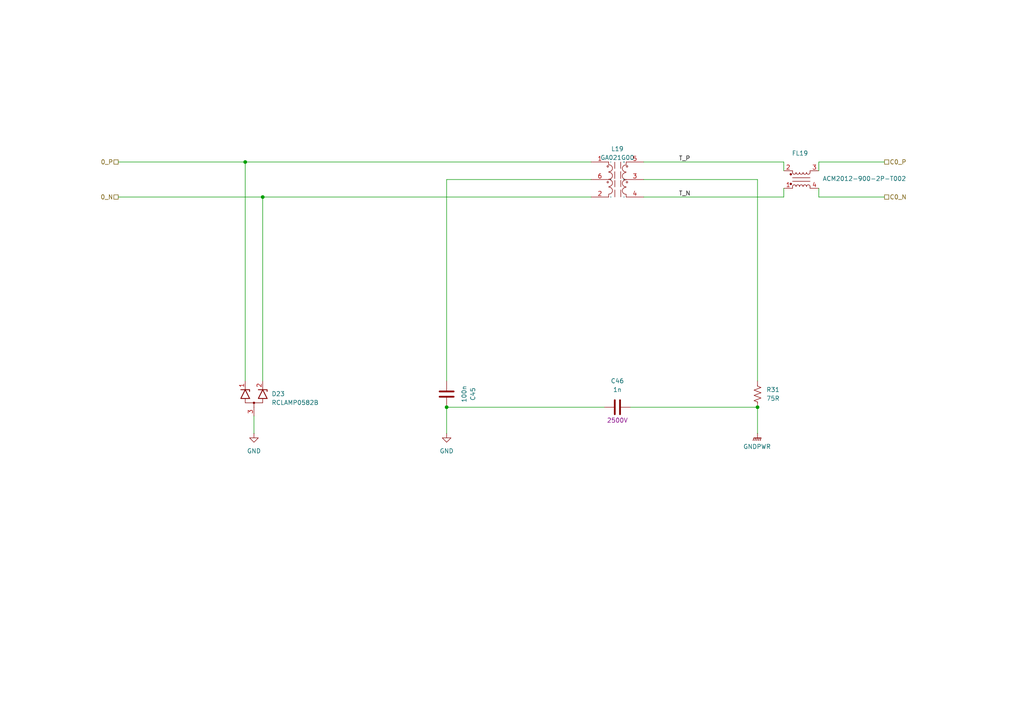
<source format=kicad_sch>
(kicad_sch (version 20250114) (generator "eeschema") (generator_version "9.0")
  (paper "A4")
  (lib_symbols
    (symbol "Device:C" (pin_numbers (hide yes)) (pin_names (offset 0.254))
      (property "Reference" "C" (at 0.635 2.54 0))
      (property "Value" "C" (at 0.635 -2.54 0))
      (symbol "C_0_1"
        (polyline (pts (xy -2.032 0.762) (xy 2.032 0.762)) (stroke (width 0.508)))
        (polyline (pts (xy -2.032 -0.762) (xy 2.032 -0.762)) (stroke (width 0.508)))
      )
      (symbol "C_1_1"
        (pin passive line (at 0 3.81 270) (length 2.794) (name "~") (number "1"))
        (pin passive line (at 0 -3.81 90) (length 2.794) (name "~") (number "2"))
      )
    )
    (symbol "Device:Filter_EMI_LL_1423" (pin_names (hide yes))
      (property "Reference" "FL" (at 0 4.445 0))
      (property "Value" "Filter_EMI_LL_1423" (at 0 -4.445 0))
      (symbol "Filter_EMI_LL_1423_0_1"
        (circle (center -3.048 1.524) (radius 0.254) (fill (type outline)))
        (circle (center -3.048 -1.27) (radius 0.254) (fill (type outline)))
        (polyline (pts (xy -2.54 2.032) (xy -2.54 2.54)))
        (polyline (pts (xy -2.54 0.508) (xy 2.54 0.508)))
        (polyline (pts (xy -2.54 -2.032) (xy -2.54 -2.54)))
        (arc (start -1.524 2.032) (mid -2.032 1.5262) (end -2.54 2.032))
        (arc (start -2.54 -2.032) (mid -2.032 -1.5262) (end -1.524 -2.032))
        (arc (start -0.508 2.032) (mid -1.016 1.5262) (end -1.524 2.032))
        (arc (start -1.524 -2.032) (mid -1.016 -1.5262) (end -0.508 -2.032))
        (arc (start 0.508 2.032) (mid 0 1.5262) (end -0.508 2.032))
        (arc (start -0.508 -2.032) (mid 0 -1.5262) (end 0.508 -2.032))
        (arc (start 1.524 2.032) (mid 1.016 1.5262) (end 0.508 2.032))
        (arc (start 0.508 -2.032) (mid 1.016 -1.5262) (end 1.524 -2.032))
        (arc (start 2.54 2.032) (mid 2.032 1.5262) (end 1.524 2.032))
        (arc (start 1.524 -2.032) (mid 2.032 -1.5262) (end 2.54 -2.032))
        (polyline (pts (xy 2.54 2.54) (xy 2.54 2.032)))
        (polyline (pts (xy 2.54 -0.508) (xy -2.54 -0.508)))
        (polyline (pts (xy 2.54 -2.032) (xy 2.54 -2.54)))
      )
      (symbol "Filter_EMI_LL_1423_1_1"
        (pin passive line (at -5.08 2.54 0) (length 2.54) (name "2") (number "2"))
        (pin passive line (at -5.08 -2.54 0) (length 2.54) (name "1") (number "1"))
        (pin passive line (at 5.08 2.54 180) (length 2.54) (name "3") (number "3"))
        (pin passive line (at 5.08 -2.54 180) (length 2.54) (name "4") (number "4"))
      )
    )
    (symbol "Device:R_US" (pin_numbers (hide yes)) (pin_names (offset 0))
      (property "Reference" "R" (at 2.54 0 90))
      (property "Value" "R_US" (at -2.54 0 90))
      (symbol "R_US_0_1"
        (polyline (pts (xy 0 2.286) (xy 0 2.54)))
        (polyline (pts (xy 0 2.286) (xy 1.016 1.905) (xy 0 1.524) (xy -1.016 1.143) (xy 0 0.762)))
        (polyline (pts (xy 0 0.762) (xy 1.016 0.381) (xy 0 0) (xy -1.016 -0.381) (xy 0 -0.762)))
        (polyline (pts (xy 0 -0.762) (xy 1.016 -1.143) (xy 0 -1.524) (xy -1.016 -1.905) (xy 0 -2.286)))
        (polyline (pts (xy 0 -2.286) (xy 0 -2.54)))
      )
      (symbol "R_US_1_1"
        (pin passive line (at 0 3.81 270) (length 1.27) (name "~") (number "1"))
        (pin passive line (at 0 -3.81 90) (length 1.27) (name "~") (number "2"))
      )
    )
    (symbol "EasyEDA_Lib:GA021G00_C7501941"
      (property "Reference" "L" (at 0 0 0))
      (symbol "GA021G00_C7501941_1_0"
        (circle (center -2.794 3.81) (radius 0.2286))
        (circle (center -2.794 -0.762) (radius 0.2286))
        (polyline (pts (xy -2.54 5.08) (xy -2.54 4.318)))
        (polyline (pts (xy -2.54 -5.08) (xy -2.54 -4.318)))
        (polyline (pts (xy -2.5146 4.2672) (xy -2.1082 4.2164) (xy -2.1082 4.2164) (xy -1.7526 4.0132) (xy -1.7526 4.0132) (xy -1.4986 3.6576) (xy -1.4986 3.6576) (xy -1.4224 3.2512) (xy -1.4224 3.2512) (xy -1.4986 2.8702) (xy -1.4986 2.8702) (xy -1.7526 2.5146) (xy -1.7526 2.5146) (xy -2.1082 2.3114) (xy -2.1082 2.3114) (xy -2.5146 2.2606)))
        (polyline (pts (xy -2.5146 2.1082) (xy -2.1082 2.0828) (xy -2.1082 2.0828) (xy -1.7526 1.8542) (xy -1.7526 1.8542) (xy -1.4986 1.4986) (xy -1.4986 1.4986) (xy -1.4224 1.1176) (xy -1.4224 1.1176) (xy -1.4986 0.7112) (xy -1.4986 0.7112) (xy -1.7526 0.3556) (xy -1.7526 0.3556) (xy -2.1082 0.1524) (xy -2.1082 0.1524) (xy -2.5146 0.1016)))
        (polyline (pts (xy -2.5146 0) (xy -2.1082 -0.0508) (xy -2.1082 -0.0508) (xy -1.7526 -0.2794) (xy -1.7526 -0.2794) (xy -1.4986 -0.6096) (xy -1.4986 -0.6096) (xy -1.4224 -1.016) (xy -1.4224 -1.016) (xy -1.4986 -1.4224) (xy -1.4986 -1.4224) (xy -1.7526 -1.7526) (xy -1.7526 -1.7526) (xy -2.1082 -1.9812) (xy -2.1082 -1.9812) (xy -2.5146 -2.032)))
        (polyline (pts (xy -2.5146 -2.2098) (xy -2.1082 -2.2352) (xy -2.1082 -2.2352) (xy -1.7526 -2.4638) (xy -1.7526 -2.4638) (xy -1.4986 -2.8194) (xy -1.4986 -2.8194) (xy -1.4224 -3.2004) (xy -1.4224 -3.2004) (xy -1.4986 -3.6068) (xy -1.4986 -3.6068) (xy -1.7526 -3.9624) (xy -1.7526 -3.9624) (xy -2.1082 -4.1656) (xy -2.1082 -4.1656) (xy -2.5146 -4.2164)))
        (polyline (pts (xy -0.762 5.0546) (xy -0.762 3.175)))
        (polyline (pts (xy -0.762 2.286) (xy -0.762 0.254)))
        (polyline (pts (xy -0.7366 -0.254) (xy -0.7366 -2.1336)))
        (polyline (pts (xy -0.7366 -3.0226) (xy -0.7366 -5.0546)))
        (polyline (pts (xy 0.9652 5.08) (xy 0.9652 3.2004)))
        (polyline (pts (xy 0.9652 2.3114) (xy 0.9652 0.2794)))
        (polyline (pts (xy 0.9906 -0.2286) (xy 0.9906 -2.1082)))
        (polyline (pts (xy 0.9906 -2.9972) (xy 0.9906 -5.0292)))
        (polyline (pts (xy 2.5146 2.2098) (xy 2.1082 2.2352) (xy 2.1082 2.2352) (xy 1.7526 2.4638) (xy 1.7526 2.4638) (xy 1.4986 2.8194) (xy 1.4986 2.8194) (xy 1.4224 3.2004) (xy 1.4224 3.2004) (xy 1.4986 3.6068) (xy 1.4986 3.6068) (xy 1.7526 3.9624) (xy 1.7526 3.9624) (xy 2.1082 4.1656) (xy 2.1082 4.1656) (xy 2.5146 4.2164)))
        (polyline (pts (xy 2.5146 0) (xy 2.1082 0.0508) (xy 2.1082 0.0508) (xy 1.7526 0.2794) (xy 1.7526 0.2794) (xy 1.4986 0.6096) (xy 1.4986 0.6096) (xy 1.4224 1.016) (xy 1.4224 1.016) (xy 1.4986 1.4224) (xy 1.4986 1.4224) (xy 1.7526 1.7526) (xy 1.7526 1.7526) (xy 2.1082 1.9812) (xy 2.1082 1.9812) (xy 2.5146 2.032)))
        (polyline (pts (xy 2.5146 -2.1082) (xy 2.1082 -2.0828) (xy 2.1082 -2.0828) (xy 1.7526 -1.8542) (xy 1.7526 -1.8542) (xy 1.4986 -1.4986) (xy 1.4986 -1.4986) (xy 1.4224 -1.1176) (xy 1.4224 -1.1176) (xy 1.4986 -0.7112) (xy 1.4986 -0.7112) (xy 1.7526 -0.3556) (xy 1.7526 -0.3556) (xy 2.1082 -0.1524) (xy 2.1082 -0.1524) (xy 2.5146 -0.1016)))
        (polyline (pts (xy 2.5146 -4.2672) (xy 2.1082 -4.2164) (xy 2.1082 -4.2164) (xy 1.7526 -4.0132) (xy 1.7526 -4.0132) (xy 1.4986 -3.6576) (xy 1.4986 -3.6576) (xy 1.4224 -3.2512) (xy 1.4224 -3.2512) (xy 1.4986 -2.8702) (xy 1.4986 -2.8702) (xy 1.7526 -2.5146) (xy 1.7526 -2.5146) (xy 2.1082 -2.3114) (xy 2.1082 -2.3114) (xy 2.5146 -2.2606)))
        (polyline (pts (xy 2.54 5.08) (xy 2.54 4.318)))
        (polyline (pts (xy 2.54 -5.08) (xy 2.54 -4.318)))
        (circle (center 2.7686 -0.762) (radius 0.2286))
        (circle (center 2.794 3.81) (radius 0.2286))
        (pin unspecified line (at -7.62 5.08 0) (length 5.08) (name "1") (number "1"))
        (pin unspecified line (at -7.62 0 0) (length 5.08) (name "6") (number "6"))
        (pin unspecified line (at -7.62 -5.08 0) (length 5.08) (name "2") (number "2"))
        (pin unspecified line (at 7.62 5.08 180) (length 5.08) (name "5") (number "5"))
        (pin unspecified line (at 7.62 0 180) (length 5.08) (name "3") (number "3"))
        (pin unspecified line (at 7.62 -5.08 180) (length 5.08) (name "4") (number "4"))
      )
    )
    (symbol "Power_Protection:RCLAMP0582B" (pin_names (hide yes))
      (property "Reference" "D" (at 0 5.08 0))
      (property "Value" "RCLAMP0582B" (at 0 -5.08 0))
      (symbol "RCLAMP0582B_0_1"
        (polyline (pts (xy -2.54 0) (xy -1.27 0)))
        (polyline (pts (xy -1.27 2.54) (xy -1.27 -2.54)))
        (polyline (pts (xy 0 2.54) (xy -1.27 2.54)) (stroke (width 0.1524)))
        (polyline (pts (xy 0 1.27) (xy 0 3.81) (xy 2.54 2.54) (xy 0 1.27)) (stroke (width 0.254)))
        (polyline (pts (xy 2.54 3.81) (xy 2.54 1.27) (xy 2.032 1.27)) (stroke (width 0.254)))
        (pin passive line (at -5.08 0 0) (length 2.54) (name "A") (number "3"))
      )
      (symbol "RCLAMP0582B_1_1"
        (circle (center -1.27 0) (radius 0.254) (fill (type outline)))
        (polyline (pts (xy 0 -2.54) (xy -1.27 -2.54)) (stroke (width 0.1524)))
        (polyline (pts (xy 0 -3.81) (xy 0 -1.27) (xy 2.54 -2.54) (xy 0 -3.81)) (stroke (width 0.254)))
        (polyline (pts (xy 2.54 -1.27) (xy 2.54 -3.81) (xy 2.032 -3.81)) (stroke (width 0.254)))
        (pin passive line (at 5.08 2.54 180) (length 2.54) (name "K1") (number "1"))
        (pin passive line (at 5.08 -2.54 180) (length 2.54) (name "K2") (number "2"))
      )
    )
    (symbol "power:GND" (power) (pin_numbers (hide yes)) (pin_names (offset 0) (hide yes))
      (property "Value" "GND" (at 0 -3.81 0))
      (symbol "GND_0_1"
        (polyline (pts (xy 0 0) (xy 0 -1.27) (xy 1.27 -1.27) (xy 0 -2.54) (xy -1.27 -1.27) (xy 0 -1.27)))
      )
      (symbol "GND_1_1"
        (pin power_in line (at 0 0 270) (length 0) (name "~") (number "1"))
      )
    )
    (symbol "power:GNDPWR" (power) (pin_numbers (hide yes)) (pin_names (offset 0) (hide yes))
      (property "Value" "GNDPWR" (at 0 -3.302 0))
      (symbol "GNDPWR_0_1"
        (polyline (pts (xy -1.016 -1.27) (xy -1.27 -2.032) (xy -1.27 -2.032)) (stroke (width 0.2032)))
        (polyline (pts (xy -0.508 -1.27) (xy -0.762 -2.032) (xy -0.762 -2.032)) (stroke (width 0.2032)))
        (polyline (pts (xy 0 -1.27) (xy 0 0)))
        (polyline (pts (xy 0 -1.27) (xy -0.254 -2.032) (xy -0.254 -2.032)) (stroke (width 0.2032)))
        (polyline (pts (xy 0.508 -1.27) (xy 0.254 -2.032) (xy 0.254 -2.032)) (stroke (width 0.2032)))
        (polyline (pts (xy 1.016 -1.27) (xy -1.016 -1.27) (xy -1.016 -1.27)) (stroke (width 0.2032)))
        (polyline (pts (xy 1.016 -1.27) (xy 0.762 -2.032) (xy 0.762 -2.032) (xy 0.762 -2.032)) (stroke (width 0.2032)))
      )
      (symbol "GNDPWR_1_1"
        (pin power_in line (at 0 0 270) (length 0) (name "~") (number "1"))
      )
    )
  )
  (junction (at 129.54 118.11))
  (junction (at 71.12 46.99))
  (junction (at 76.2 57.15))
  (junction (at 219.71 118.11))
  (wire (pts (xy 186.69 57.15) (xy 227.33 57.15)))
  (wire (pts (xy 186.69 46.99) (xy 227.33 46.99)))
  (wire (pts (xy 76.2 57.15) (xy 76.2 110.49)))
  (wire (pts (xy 129.54 118.11) (xy 175.26 118.11)))
  (wire (pts (xy 34.29 46.99) (xy 71.12 46.99)))
  (wire (pts (xy 237.49 54.61) (xy 237.49 57.15)))
  (wire (pts (xy 73.66 120.65) (xy 73.66 125.73)))
  (wire (pts (xy 71.12 46.99) (xy 171.45 46.99)))
  (wire (pts (xy 219.71 52.07) (xy 186.69 52.07)))
  (wire (pts (xy 219.71 110.49) (xy 219.71 52.07)))
  (wire (pts (xy 227.33 54.61) (xy 227.33 57.15)))
  (wire (pts (xy 219.71 125.73) (xy 219.71 118.11)))
  (wire (pts (xy 237.49 46.99) (xy 237.49 49.53)))
  (wire (pts (xy 76.2 57.15) (xy 171.45 57.15)))
  (wire (pts (xy 237.49 57.15) (xy 256.54 57.15)))
  (wire (pts (xy 227.33 46.99) (xy 227.33 49.53)))
  (wire (pts (xy 129.54 52.07) (xy 171.45 52.07)))
  (wire (pts (xy 129.54 118.11) (xy 129.54 125.73)))
  (wire (pts (xy 237.49 46.99) (xy 256.54 46.99)))
  (wire (pts (xy 182.88 118.11) (xy 219.71 118.11)))
  (wire (pts (xy 71.12 46.99) (xy 71.12 110.49)))
  (wire (pts (xy 34.29 57.15) (xy 76.2 57.15)))
  (wire (pts (xy 129.54 110.49) (xy 129.54 52.07)))
  (label "T_P" (at 196.85 46.99 0))
  (label "T_N" (at 196.85 57.15 0))
  (hierarchical_label "C0_P" (shape passive) (at 256.54 46.99 0))
  (hierarchical_label "0_P" (shape passive) (at 34.29 46.99 180))
  (hierarchical_label "C0_N" (shape passive) (at 256.54 57.15 0))
  (hierarchical_label "0_N" (shape passive) (at 34.29 57.15 180))
  (symbol (lib_id "Device:R_US") (at 219.71 114.3 0) (unit 1)
    (property "Reference" "R30" (at 222.25 113.0299 0) (effects (justify left)))
    (property "Value" "75R" (at 222.25 115.5699 0) (effects (justify left)))
    (property "Description" "Resistor, US symbol" (effects (hide yes)))
    (instances (project "SPE_SWITCH" (path "" (reference "R31") (unit 1)) (path "" (reference "R30") (unit 1)) (path "" (reference "R32") (unit 1)) (path "" (reference "R33") (unit 1)) (path "" (reference "R34") (unit 1))))
  )
  (symbol (lib_id "power:GND") (at 129.54 125.73 0) (unit 1)
    (property "Reference" "#PWR073" (effects (hide yes)))
    (property "Value" "GND" (at 129.54 130.81 0))
    (property "Description" "Power symbol creates a global label with name \"GND\" , ground" (effects (hide yes)))
    (instances (project "SPE_SWITCH" (path "" (reference "#PWR076") (unit 1)) (path "" (reference "#PWR073") (unit 1)) (path "" (reference "#PWR079") (unit 1)) (path "" (reference "#PWR082") (unit 1)) (path "" (reference "#PWR085") (unit 1))))
  )
  (symbol (lib_id "Device:C") (at 179.07 118.11 270) (mirror x) (unit 1)
    (property "Reference" "C44" (at 179.07 110.49 90))
    (property "Value" "1n" (at 179.07 113.03 90))
    (property "Description" "Unpolarized capacitor" (effects (hide yes)))
    (property "Tension" "2500V" (at 179.07 121.92 90))
    (instances (project "SPE_SWITCH" (path "" (reference "C46") (unit 1)) (path "" (reference "C44") (unit 1)) (path "" (reference "C48") (unit 1)) (path "" (reference "C50") (unit 1)) (path "" (reference "C52") (unit 1))))
  )
  (symbol (lib_id "EasyEDA_Lib:GA021G00_C7501941") (at 179.07 52.07 0) (unit 1)
    (property "Reference" "L18" (at 179.07 43.18 0))
    (property "Value" "GA021G00" (at 179.07 45.72 0))
    (property "Footprint" "EasyEDA_Lib:XFMR-SMD_6P-L4.6-W3.4_MA021G00" (effects (hide yes)))
    (property "Datasheet" "https://atta.szlcsc.com/upload/public/pdf/source/20231220/A50A0B5119A143BCA52A890D70BE056D.pdf" (effects (hide yes)))
    (property "Description" "Turns Ratio:1CT:1CT rate:100/1000 Base-T function:POE Inductor:120uH HI-POT:1.5kV operating temperature:-40°C~+85°C operating temperature:-40°C~+85°C" (effects (hide yes)))
    (property "Manufacturer Part" "GA021G00" (effects (hide yes)))
    (property "Manufacturer" "Mentech(铭普光磁)" (effects (hide yes)))
    (property "Supplier Part" "C7501941" (effects (hide yes)))
    (property "Supplier" "LCSC" (effects (hide yes)))
    (property "LCSC Part Name" "GA021G00" (effects (hide yes)))
    (instances (project "SPE_SWITCH" (path "" (reference "L19") (unit 1)) (path "" (reference "L18") (unit 1)) (path "" (reference "L20") (unit 1)) (path "" (reference "L21") (unit 1)) (path "" (reference "L22") (unit 1))))
  )
  (symbol (lib_id "Device:C") (at 129.54 114.3 0) (mirror x) (unit 1)
    (property "Reference" "C43" (at 137.16 114.3 90))
    (property "Value" "100n" (at 134.62 114.3 90))
    (property "Description" "Unpolarized capacitor" (effects (hide yes)))
    (instances (project "SPE_SWITCH" (path "" (reference "C45") (unit 1)) (path "" (reference "C43") (unit 1)) (path "" (reference "C47") (unit 1)) (path "" (reference "C49") (unit 1)) (path "" (reference "C51") (unit 1))))
  )
  (symbol (lib_id "power:GND") (at 73.66 125.73 0) (unit 1)
    (property "Reference" "#PWR072" (effects (hide yes)))
    (property "Value" "GND" (at 73.66 130.81 0))
    (property "Description" "Power symbol creates a global label with name \"GND\" , ground" (effects (hide yes)))
    (instances (project "SPE_SWITCH" (path "" (reference "#PWR075") (unit 1)) (path "" (reference "#PWR072") (unit 1)) (path "" (reference "#PWR078") (unit 1)) (path "" (reference "#PWR081") (unit 1)) (path "" (reference "#PWR084") (unit 1))))
  )
  (symbol (lib_id "power:GNDPWR") (at 219.71 125.73 0) (unit 1)
    (property "Reference" "#PWR074" (effects (hide yes)))
    (property "Value" "GNDPWR" (at 219.583 129.54 0))
    (property "Description" "Power symbol creates a global label with name \"GNDPWR\" , global ground" (effects (hide yes)))
    (instances (project "SPE_SWITCH" (path "" (reference "#PWR077") (unit 1)) (path "" (reference "#PWR074") (unit 1)) (path "" (reference "#PWR080") (unit 1)) (path "" (reference "#PWR083") (unit 1)) (path "" (reference "#PWR086") (unit 1))))
  )
  (symbol (lib_id "Device:Filter_EMI_LL_1423") (at 232.41 52.07 0) (unit 1)
    (property "Reference" "FL18" (at 232.029 44.45 0))
    (property "Value" "ACM2012-900-2P-T002" (at 250.698 51.816 0))
    (property "Footprint" "SPE_SWITCH:FIL_ACM2012-900-2P-T002" (effects (hide yes)))
    (property "Description" "EMI 2-inductor filter, pin-connections 1-4 and 2-3" (effects (hide yes)))
    (property "MPN" "ACM2012-900-2P-T002" (effects (hide yes)))
    (instances (project "SPE_SWITCH" (path "" (reference "FL19") (unit 1)) (path "" (reference "FL18") (unit 1)) (path "" (reference "FL20") (unit 1)) (path "" (reference "FL21") (unit 1)) (path "" (reference "FL22") (unit 1))))
  )
  (symbol (lib_id "Power_Protection:RCLAMP0582B") (at 73.66 115.57 90) (unit 1)
    (property "Reference" "D22" (at 78.74 114.2364 90) (effects (justify right)))
    (property "Value" "RCLAMP0582B" (at 78.74 116.7764 90) (effects (justify right)))
    (property "Footprint" "Package_TO_SOT_SMD:SOT-416" (effects (hide yes)))
    (property "Datasheet" "https://www.semtech.com/products/circuit-protection/low-capacitance/rclamp0582b" (effects (hide yes)))
    (property "Description" "Low capacitance unidirectional dual ESD protection diode, SC-75" (effects (hide yes)))
    (instances (project "SPE_SWITCH" (path "" (reference "D23") (unit 1)) (path "" (reference "D22") (unit 1)) (path "" (reference "D24") (unit 1)) (path "" (reference "D25") (unit 1)) (path "" (reference "D26") (unit 1))))
  )
)
</source>
